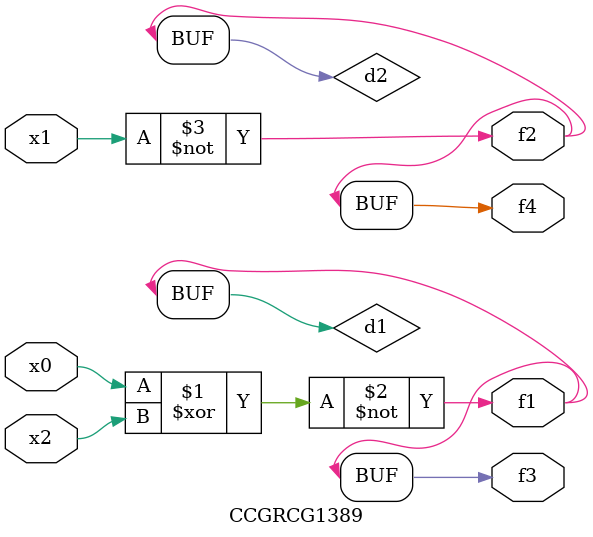
<source format=v>
module CCGRCG1389(
	input x0, x1, x2,
	output f1, f2, f3, f4
);

	wire d1, d2, d3;

	xnor (d1, x0, x2);
	nand (d2, x1);
	nor (d3, x1, x2);
	assign f1 = d1;
	assign f2 = d2;
	assign f3 = d1;
	assign f4 = d2;
endmodule

</source>
